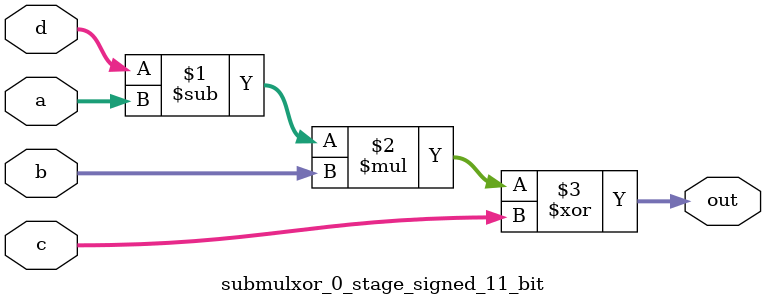
<source format=sv>
(* use_dsp = "yes" *) module submulxor_0_stage_signed_11_bit(
	input signed [10:0] a,
	input signed [10:0] b,
	input signed [10:0] c,
	input signed [10:0] d,
	output [10:0] out
	);

	assign out = ((d - a) * b) ^ c;
endmodule

</source>
